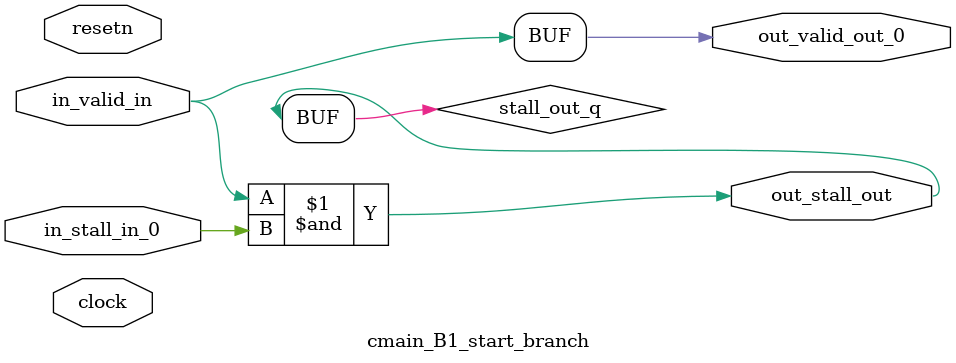
<source format=sv>



(* altera_attribute = "-name AUTO_SHIFT_REGISTER_RECOGNITION OFF; -name MESSAGE_DISABLE 10036; -name MESSAGE_DISABLE 10037; -name MESSAGE_DISABLE 14130; -name MESSAGE_DISABLE 14320; -name MESSAGE_DISABLE 15400; -name MESSAGE_DISABLE 14130; -name MESSAGE_DISABLE 10036; -name MESSAGE_DISABLE 12020; -name MESSAGE_DISABLE 12030; -name MESSAGE_DISABLE 12010; -name MESSAGE_DISABLE 12110; -name MESSAGE_DISABLE 14320; -name MESSAGE_DISABLE 13410; -name MESSAGE_DISABLE 113007; -name MESSAGE_DISABLE 10958" *)
module cmain_B1_start_branch (
    input wire [0:0] in_stall_in_0,
    input wire [0:0] in_valid_in,
    output wire [0:0] out_stall_out,
    output wire [0:0] out_valid_out_0,
    input wire clock,
    input wire resetn
    );

    wire [0:0] stall_out_q;


    // stall_out(LOGICAL,6)
    assign stall_out_q = in_valid_in & in_stall_in_0;

    // out_stall_out(GPOUT,4)
    assign out_stall_out = stall_out_q;

    // out_valid_out_0(GPOUT,5)
    assign out_valid_out_0 = in_valid_in;

endmodule

</source>
